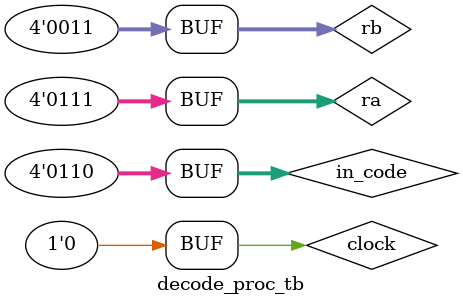
<source format=v>
module decode_proc_tb;    
    reg [3:0] in_fun;
    reg [63:0] val_m;
    reg [3:0] in_code;
    reg [63:0] val_e;
    reg clock;
    reg [3:0] rb;
    reg [3:0] ra;
    wire [63:0] val_b;
    wire [63:0] val_a;
    decode_proc uut (
        .in_fun(in_fun),
        .val_m(val_m),
        .in_code(in_code),
        .val_e(val_e),
        .clock(clock),
        .rb(rb),
        .ra(ra),
        .val_b(val_b),
        .val_a(val_a)
    );

    initial begin
        clock=1'b0;
        repeat(10)
         #10 clock=~clock;
    end

  initial begin
        clock=1'b0;
    end

    initial begin    
        in_code=4'd0;
        ra=64'd0;
        rb=64'd0;
      #10
      in_code=4'd2; 
      ra=4'd0; 
      rb=4'd0;
      #20
      in_code=4'd3; 
       rb=4'd3;
       #20
      in_code=4'd4; 
      ra=4'd3; 
       #20
      in_code=4'd5; 
      ra=4'd3; 
       #20
      in_code=4'd6; 
      ra=4'd7; 
      rb=4'd3;
    end
    initial begin
        $monitor("time=",$time,"Clock=%d,in_code=%b,val_a=%g, val_b=%g,ra=%g, rb=%g", clock,in_code, val_a, val_b, ra, rb);
    end
endmodule
</source>
